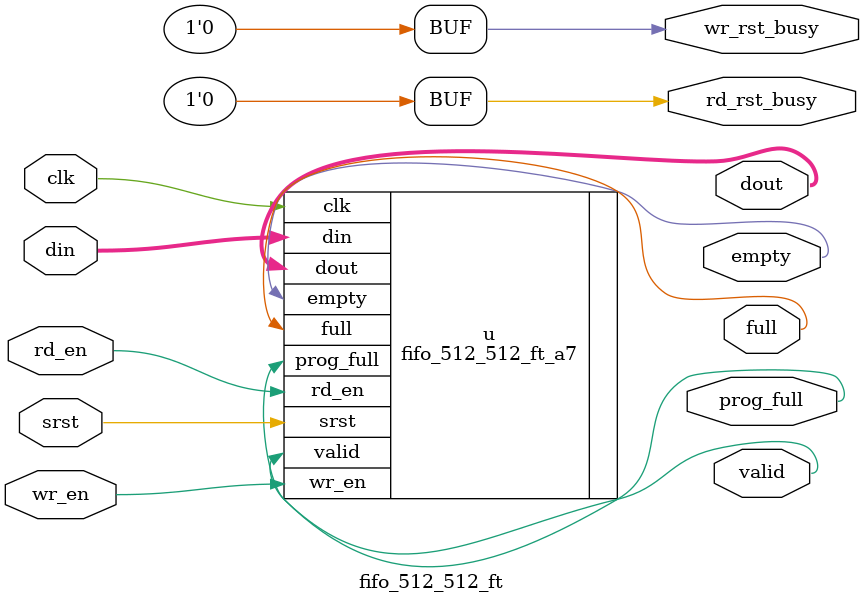
<source format=v>
`default_nettype none

module fifo_512_512_ft (
			input wire 	    clk,
			input wire 	    srst,
			input wire [511:0]  din,
			input wire 	    wr_en,
			output wire 	    full,
			output wire 	    empty,
			output wire 	    prog_full,
			input wire 	    rd_en,
			output wire [511:0] dout,
			output wire 	    valid,
			output wire 	    wr_rst_busy,
			output wire 	    rd_rst_busy
			);
   
   assign wr_rst_busy = 0;
   assign rd_rst_busy = 0;

   fifo_512_512_ft_a7 u(
			.clk (clk),
			.srst(srst),
			.din      (din),
			.wr_en    (wr_en),
			.full     (full),
			.empty    (empty),
			.prog_full(prog_full),
			.rd_en    (rd_en),
			.dout     (dout),
			.valid    (valid)
			);

endmodule // fifo_512_512_ft

`default_nettype wire

</source>
